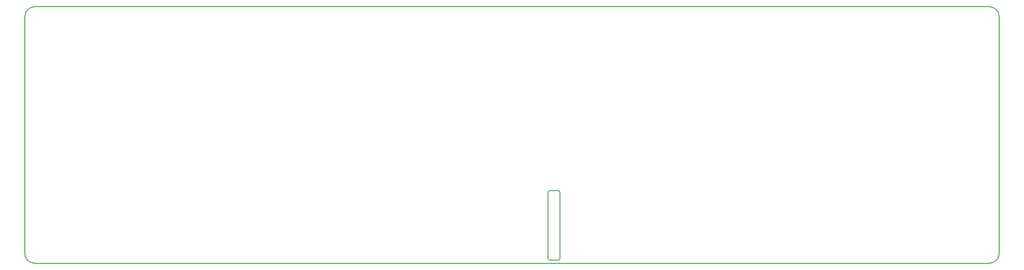
<source format=gbr>
%TF.GenerationSoftware,KiCad,Pcbnew,(6.0.4)*%
%TF.CreationDate,2022-07-31T16:16:28-04:00*%
%TF.ProjectId,satpad,73617470-6164-42e6-9b69-6361645f7063,v1.0.0*%
%TF.SameCoordinates,Original*%
%TF.FileFunction,Profile,NP*%
%FSLAX46Y46*%
G04 Gerber Fmt 4.6, Leading zero omitted, Abs format (unit mm)*
G04 Created by KiCad (PCBNEW (6.0.4)) date 2022-07-31 16:16:28*
%MOMM*%
%LPD*%
G01*
G04 APERTURE LIST*
%TA.AperFunction,Profile*%
%ADD10C,0.150000*%
%TD*%
G04 APERTURE END LIST*
D10*
X-7750000Y-9250000D02*
X187750000Y-9250000D01*
X187750000Y-9250000D02*
G75*
G03*
X189750000Y-7250000I0J2000000D01*
G01*
X189750000Y-7250000D02*
X189750000Y41250000D01*
X189750000Y41250000D02*
G75*
G03*
X187750000Y43250000I-2000000J0D01*
G01*
X187750000Y43250000D02*
X-7750000Y43250000D01*
X-7750000Y43250000D02*
G75*
G03*
X-9750000Y41250000I0J-2000000D01*
G01*
X-9750000Y41250000D02*
X-9750000Y-7250000D01*
X-9750000Y-7250000D02*
G75*
G03*
X-7750000Y-9250000I2000000J0D01*
G01*
%TO.C,REF\u002A\u002A*%
X99800000Y-8300000D02*
X99800000Y5300000D01*
X97400000Y5300000D02*
X97400000Y-8300000D01*
X99500000Y5600000D02*
X97700000Y5600000D01*
X97700000Y-8600000D02*
X99500000Y-8600000D01*
X97400000Y-8300000D02*
G75*
G03*
X97700000Y-8600000I300000J0D01*
G01*
X99500000Y-8600000D02*
G75*
G03*
X99800000Y-8300000I0J300000D01*
G01*
X97700000Y5600000D02*
G75*
G03*
X97400000Y5300000I0J-300000D01*
G01*
X99800000Y5300000D02*
G75*
G03*
X99500000Y5600000I-300000J0D01*
G01*
%TD*%
M02*

</source>
